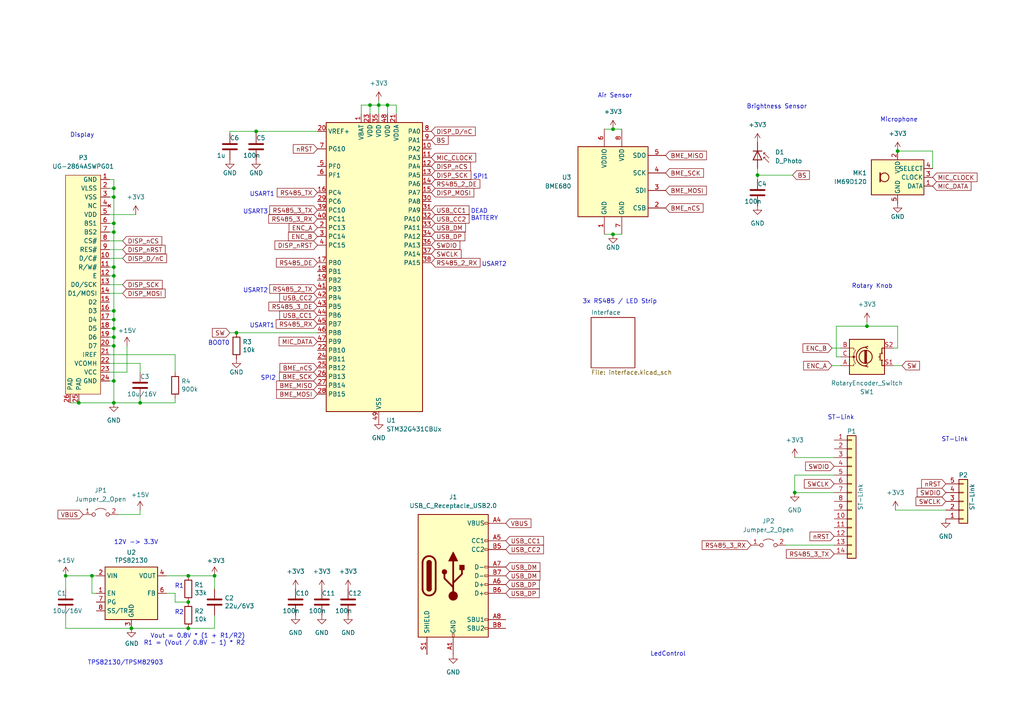
<source format=kicad_sch>
(kicad_sch (version 20230121) (generator eeschema)
  (paper "A4")
  (lib_symbols
    (symbol "Connector:USB_C_Receptacle_USB2.0" (pin_names (offset 1.016))
      (property "Reference" "J" (at -10.16 19.05 0))
      (property "Value" "USB_C_Receptacle_USB2.0" (at 19.05 19.05 0))
      (symbol "USB_C_Receptacle_USB2.0_0_0"
        (rectangle (start -0.254 -17.78) (end 0.254 -16.764))
        (rectangle (start 10.16 -14.986) (end 9.144 -15.494))
        (rectangle (start 10.16 -12.446) (end 9.144 -12.954))
        (rectangle (start 10.16 -4.826) (end 9.144 -5.334))
        (rectangle (start 10.16 -2.286) (end 9.144 -2.794))
        (rectangle (start 10.16 0.254) (end 9.144 -0.254))
        (rectangle (start 10.16 2.794) (end 9.144 2.286))
        (rectangle (start 10.16 7.874) (end 9.144 7.366))
        (rectangle (start 10.16 10.414) (end 9.144 9.906))
        (rectangle (start 10.16 15.494) (end 9.144 14.986))
      )
      (symbol "USB_C_Receptacle_USB2.0_0_1"
        (rectangle (start -10.16 17.78) (end 10.16 -17.78) (stroke (width 0.254)) (fill (type background)))
        (arc (start -8.89 -3.81) (mid -6.985 -5.7067) (end -5.08 -3.81) (stroke (width 0.508)))
        (arc (start -7.62 -3.81) (mid -6.985 -4.4423) (end -6.35 -3.81) (stroke (width 0.254)))
        (arc (start -7.62 -3.81) (mid -6.985 -4.4423) (end -6.35 -3.81) (stroke (width 0.254)) (fill (type outline)))
        (rectangle (start -7.62 -3.81) (end -6.35 3.81) (stroke (width 0.254)) (fill (type outline)))
        (arc (start -6.35 3.81) (mid -6.985 4.4423) (end -7.62 3.81) (stroke (width 0.254)))
        (arc (start -6.35 3.81) (mid -6.985 4.4423) (end -7.62 3.81) (stroke (width 0.254)) (fill (type outline)))
        (arc (start -5.08 3.81) (mid -6.985 5.7067) (end -8.89 3.81) (stroke (width 0.508)))
        (circle (center -2.54 1.143) (radius 0.635) (stroke (width 0.254)) (fill (type outline)))
        (circle (center 0 -5.842) (radius 1.27) (fill (type outline)))
        (polyline (pts (xy -8.89 -3.81) (xy -8.89 3.81)) (stroke (width 0.508)))
        (polyline (pts (xy -5.08 3.81) (xy -5.08 -3.81)) (stroke (width 0.508)))
        (polyline (pts (xy 0 -5.842) (xy 0 4.318)) (stroke (width 0.508)))
        (polyline (pts (xy 0 -3.302) (xy -2.54 -0.762) (xy -2.54 0.508)) (stroke (width 0.508)))
        (polyline (pts (xy 0 -2.032) (xy 2.54 0.508) (xy 2.54 1.778)) (stroke (width 0.508)))
        (polyline (pts (xy -1.27 4.318) (xy 0 6.858) (xy 1.27 4.318) (xy -1.27 4.318)) (stroke (width 0.254)) (fill (type outline)))
        (rectangle (start 1.905 1.778) (end 3.175 3.048) (stroke (width 0.254)) (fill (type outline)))
      )
      (symbol "USB_C_Receptacle_USB2.0_1_1"
        (pin passive line (at 0 -22.86 90) (length 5.08) (name "GND") (number "A1"))
        (pin passive line (at 0 -22.86 90) (length 5.08) hide (name "GND") (number "A12"))
        (pin passive line (at 15.24 15.24 180) (length 5.08) (name "VBUS") (number "A4"))
        (pin bidirectional line (at 15.24 10.16 180) (length 5.08) (name "CC1") (number "A5"))
        (pin bidirectional line (at 15.24 -2.54 180) (length 5.08) (name "D+") (number "A6"))
        (pin bidirectional line (at 15.24 2.54 180) (length 5.08) (name "D-") (number "A7"))
        (pin bidirectional line (at 15.24 -12.7 180) (length 5.08) (name "SBU1") (number "A8"))
        (pin passive line (at 15.24 15.24 180) (length 5.08) hide (name "VBUS") (number "A9"))
        (pin passive line (at 0 -22.86 90) (length 5.08) hide (name "GND") (number "B1"))
        (pin passive line (at 0 -22.86 90) (length 5.08) hide (name "GND") (number "B12"))
        (pin passive line (at 15.24 15.24 180) (length 5.08) hide (name "VBUS") (number "B4"))
        (pin bidirectional line (at 15.24 7.62 180) (length 5.08) (name "CC2") (number "B5"))
        (pin bidirectional line (at 15.24 -5.08 180) (length 5.08) (name "D+") (number "B6"))
        (pin bidirectional line (at 15.24 0 180) (length 5.08) (name "D-") (number "B7"))
        (pin bidirectional line (at 15.24 -15.24 180) (length 5.08) (name "SBU2") (number "B8"))
        (pin passive line (at 15.24 15.24 180) (length 5.08) hide (name "VBUS") (number "B9"))
        (pin passive line (at -7.62 -22.86 90) (length 5.08) (name "SHIELD") (number "S1"))
      )
    )
    (symbol "Connector_Generic:Conn_01x05" (pin_names (offset 1.016) hide)
      (property "Reference" "J" (at 0 7.62 0))
      (property "Value" "Conn_01x05" (at 0 -7.62 0))
      (symbol "Conn_01x05_1_1"
        (rectangle (start -1.27 -4.953) (end 0 -5.207) (stroke (width 0.1524)))
        (rectangle (start -1.27 -2.413) (end 0 -2.667) (stroke (width 0.1524)))
        (rectangle (start -1.27 0.127) (end 0 -0.127) (stroke (width 0.1524)))
        (rectangle (start -1.27 2.667) (end 0 2.413) (stroke (width 0.1524)))
        (rectangle (start -1.27 5.207) (end 0 4.953) (stroke (width 0.1524)))
        (rectangle (start -1.27 6.35) (end 1.27 -6.35) (stroke (width 0.254)) (fill (type background)))
        (pin passive line (at -5.08 5.08 0) (length 3.81) (name "Pin_1") (number "1"))
        (pin passive line (at -5.08 2.54 0) (length 3.81) (name "Pin_2") (number "2"))
        (pin passive line (at -5.08 0 0) (length 3.81) (name "Pin_3") (number "3"))
        (pin passive line (at -5.08 -2.54 0) (length 3.81) (name "Pin_4") (number "4"))
        (pin passive line (at -5.08 -5.08 0) (length 3.81) (name "Pin_5") (number "5"))
      )
    )
    (symbol "Connector_Generic:Conn_01x14" (pin_names (offset 1.016) hide)
      (property "Reference" "J" (at 0 17.78 0))
      (property "Value" "Conn_01x14" (at 0 -20.32 0))
      (symbol "Conn_01x14_1_1"
        (rectangle (start -1.27 -17.653) (end 0 -17.907) (stroke (width 0.1524)))
        (rectangle (start -1.27 -15.113) (end 0 -15.367) (stroke (width 0.1524)))
        (rectangle (start -1.27 -12.573) (end 0 -12.827) (stroke (width 0.1524)))
        (rectangle (start -1.27 -10.033) (end 0 -10.287) (stroke (width 0.1524)))
        (rectangle (start -1.27 -7.493) (end 0 -7.747) (stroke (width 0.1524)))
        (rectangle (start -1.27 -4.953) (end 0 -5.207) (stroke (width 0.1524)))
        (rectangle (start -1.27 -2.413) (end 0 -2.667) (stroke (width 0.1524)))
        (rectangle (start -1.27 0.127) (end 0 -0.127) (stroke (width 0.1524)))
        (rectangle (start -1.27 2.667) (end 0 2.413) (stroke (width 0.1524)))
        (rectangle (start -1.27 5.207) (end 0 4.953) (stroke (width 0.1524)))
        (rectangle (start -1.27 7.747) (end 0 7.493) (stroke (width 0.1524)))
        (rectangle (start -1.27 10.287) (end 0 10.033) (stroke (width 0.1524)))
        (rectangle (start -1.27 12.827) (end 0 12.573) (stroke (width 0.1524)))
        (rectangle (start -1.27 15.367) (end 0 15.113) (stroke (width 0.1524)))
        (rectangle (start -1.27 16.51) (end 1.27 -19.05) (stroke (width 0.254)) (fill (type background)))
        (pin passive line (at -5.08 15.24 0) (length 3.81) (name "Pin_1") (number "1"))
        (pin passive line (at -5.08 -7.62 0) (length 3.81) (name "Pin_10") (number "10"))
        (pin passive line (at -5.08 -10.16 0) (length 3.81) (name "Pin_11") (number "11"))
        (pin passive line (at -5.08 -12.7 0) (length 3.81) (name "Pin_12") (number "12"))
        (pin passive line (at -5.08 -15.24 0) (length 3.81) (name "Pin_13") (number "13"))
        (pin passive line (at -5.08 -17.78 0) (length 3.81) (name "Pin_14") (number "14"))
        (pin passive line (at -5.08 12.7 0) (length 3.81) (name "Pin_2") (number "2"))
        (pin passive line (at -5.08 10.16 0) (length 3.81) (name "Pin_3") (number "3"))
        (pin passive line (at -5.08 7.62 0) (length 3.81) (name "Pin_4") (number "4"))
        (pin passive line (at -5.08 5.08 0) (length 3.81) (name "Pin_5") (number "5"))
        (pin passive line (at -5.08 2.54 0) (length 3.81) (name "Pin_6") (number "6"))
        (pin passive line (at -5.08 0 0) (length 3.81) (name "Pin_7") (number "7"))
        (pin passive line (at -5.08 -2.54 0) (length 3.81) (name "Pin_8") (number "8"))
        (pin passive line (at -5.08 -5.08 0) (length 3.81) (name "Pin_9") (number "9"))
      )
    )
    (symbol "Device:C" (pin_numbers hide) (pin_names (offset 0.254))
      (property "Reference" "C" (at 0.635 2.54 0))
      (property "Value" "C" (at 0.635 -2.54 0))
      (symbol "C_0_1"
        (polyline (pts (xy -2.032 -0.762) (xy 2.032 -0.762)) (stroke (width 0.508)))
        (polyline (pts (xy -2.032 0.762) (xy 2.032 0.762)) (stroke (width 0.508)))
      )
      (symbol "C_1_1"
        (pin passive line (at 0 3.81 270) (length 2.794) (name "~") (number "1"))
        (pin passive line (at 0 -3.81 90) (length 2.794) (name "~") (number "2"))
      )
    )
    (symbol "Device:D_Photo" (pin_numbers hide) (pin_names hide)
      (property "Reference" "D" (at 0.508 1.778 0))
      (property "Value" "D_Photo" (at -1.016 -2.794 0))
      (symbol "D_Photo_0_1"
        (polyline (pts (xy -2.54 1.27) (xy -2.54 -1.27)) (stroke (width 0.254)))
        (polyline (pts (xy -2.032 1.778) (xy -1.524 1.778)))
        (polyline (pts (xy 0 0) (xy -2.54 0)))
        (polyline (pts (xy -0.508 3.302) (xy -2.032 1.778) (xy -2.032 2.286)))
        (polyline (pts (xy 0 -1.27) (xy 0 1.27) (xy -2.54 0) (xy 0 -1.27)) (stroke (width 0.254)))
        (polyline (pts (xy 0.762 3.302) (xy -0.762 1.778) (xy -0.762 2.286) (xy -0.762 1.778) (xy -0.254 1.778)))
      )
      (symbol "D_Photo_1_1"
        (pin passive line (at -5.08 0 0) (length 2.54) (name "K") (number "1"))
        (pin passive line (at 2.54 0 180) (length 2.54) (name "A") (number "2"))
      )
    )
    (symbol "Device:R" (pin_numbers hide) (pin_names (offset 0))
      (property "Reference" "R" (at 2.032 0 90))
      (property "Value" "R" (at 0 0 90))
      (symbol "R_0_1"
        (rectangle (start -1.016 -2.54) (end 1.016 2.54) (stroke (width 0.254)))
      )
      (symbol "R_1_1"
        (pin passive line (at 0 3.81 270) (length 1.27) (name "~") (number "1"))
        (pin passive line (at 0 -3.81 90) (length 1.27) (name "~") (number "2"))
      )
    )
    (symbol "Device:RotaryEncoder_Switch" (pin_names (offset 0.254) hide)
      (property "Reference" "SW" (at 0 6.604 0))
      (property "Value" "RotaryEncoder_Switch" (at 0 -6.604 0))
      (symbol "RotaryEncoder_Switch_0_1"
        (rectangle (start -5.08 5.08) (end 5.08 -5.08) (stroke (width 0.254)) (fill (type background)))
        (circle (center -3.81 0) (radius 0.254) (fill (type outline)))
        (circle (center -0.381 0) (radius 1.905) (stroke (width 0.254)))
        (arc (start -0.381 2.667) (mid -3.0988 -0.0635) (end -0.381 -2.794) (stroke (width 0.254)))
        (polyline (pts (xy -0.635 -1.778) (xy -0.635 1.778)) (stroke (width 0.254)))
        (polyline (pts (xy -0.381 -1.778) (xy -0.381 1.778)) (stroke (width 0.254)))
        (polyline (pts (xy -0.127 1.778) (xy -0.127 -1.778)) (stroke (width 0.254)))
        (polyline (pts (xy 3.81 0) (xy 3.429 0)) (stroke (width 0.254)))
        (polyline (pts (xy 3.81 1.016) (xy 3.81 -1.016)) (stroke (width 0.254)))
        (polyline (pts (xy -5.08 -2.54) (xy -3.81 -2.54) (xy -3.81 -2.032)))
        (polyline (pts (xy -5.08 2.54) (xy -3.81 2.54) (xy -3.81 2.032)))
        (polyline (pts (xy 0.254 -3.048) (xy -0.508 -2.794) (xy 0.127 -2.413)) (stroke (width 0.254)))
        (polyline (pts (xy 0.254 2.921) (xy -0.508 2.667) (xy 0.127 2.286)) (stroke (width 0.254)))
        (polyline (pts (xy 5.08 -2.54) (xy 4.318 -2.54) (xy 4.318 -1.016)) (stroke (width 0.254)))
        (polyline (pts (xy 5.08 2.54) (xy 4.318 2.54) (xy 4.318 1.016)) (stroke (width 0.254)))
        (polyline (pts (xy -5.08 0) (xy -3.81 0) (xy -3.81 -1.016) (xy -3.302 -2.032)))
        (polyline (pts (xy -4.318 0) (xy -3.81 0) (xy -3.81 1.016) (xy -3.302 2.032)))
        (circle (center 4.318 -1.016) (radius 0.127) (stroke (width 0.254)))
        (circle (center 4.318 1.016) (radius 0.127) (stroke (width 0.254)))
      )
      (symbol "RotaryEncoder_Switch_1_1"
        (pin passive line (at -7.62 2.54 0) (length 2.54) (name "A") (number "A"))
        (pin passive line (at -7.62 -2.54 0) (length 2.54) (name "B") (number "B"))
        (pin passive line (at -7.62 0 0) (length 2.54) (name "C") (number "C"))
        (pin passive line (at 7.62 2.54 180) (length 2.54) (name "S1") (number "S1"))
        (pin passive line (at 7.62 -2.54 180) (length 2.54) (name "S2") (number "S2"))
      )
    )
    (symbol "Jumper:Jumper_2_Open" (pin_names (offset 0) hide)
      (property "Reference" "JP" (at 0 2.794 0))
      (property "Value" "Jumper_2_Open" (at 0 -2.286 0))
      (symbol "Jumper_2_Open_0_0"
        (circle (center -2.032 0) (radius 0.508))
        (circle (center 2.032 0) (radius 0.508))
      )
      (symbol "Jumper_2_Open_0_1"
        (arc (start 1.524 1.27) (mid 0 1.778) (end -1.524 1.27))
      )
      (symbol "Jumper_2_Open_1_1"
        (pin passive line (at -5.08 0 0) (length 2.54) (name "A") (number "1"))
        (pin passive line (at 5.08 0 180) (length 2.54) (name "B") (number "2"))
      )
    )
    (symbol "MCU_ST_STM32G4:STM32G431CBUx"
      (property "Reference" "U" (at -12.7 44.45 0))
      (property "Value" "STM32G431CBUx" (at 10.16 44.45 0))
      (symbol "STM32G431CBUx_0_1"
        (rectangle (start -12.7 -40.64) (end 15.24 43.18) (stroke (width 0.254)) (fill (type background)))
      )
      (symbol "STM32G431CBUx_1_1"
        (pin power_in line (at -2.54 45.72 270) (length 2.54) (name "VBAT") (number "1"))
        (pin bidirectional line (at 17.78 35.56 180) (length 2.54) (name "PA2") (number "10"))
        (pin bidirectional line (at 17.78 33.02 180) (length 2.54) (name "PA3") (number "11"))
        (pin bidirectional line (at 17.78 30.48 180) (length 2.54) (name "PA4") (number "12"))
        (pin bidirectional line (at 17.78 27.94 180) (length 2.54) (name "PA5") (number "13"))
        (pin bidirectional line (at 17.78 25.4 180) (length 2.54) (name "PA6") (number "14"))
        (pin bidirectional line (at 17.78 22.86 180) (length 2.54) (name "PA7") (number "15"))
        (pin bidirectional line (at -15.24 22.86 0) (length 2.54) (name "PC4") (number "16"))
        (pin bidirectional line (at -15.24 2.54 0) (length 2.54) (name "PB0") (number "17"))
        (pin bidirectional line (at -15.24 0 0) (length 2.54) (name "PB1") (number "18"))
        (pin bidirectional line (at -15.24 -2.54 0) (length 2.54) (name "PB2") (number "19"))
        (pin bidirectional line (at -15.24 12.7 0) (length 2.54) (name "PC13") (number "2"))
        (pin input line (at -15.24 40.64 0) (length 2.54) (name "VREF+") (number "20"))
        (pin power_in line (at 7.62 45.72 270) (length 2.54) (name "VDDA") (number "21"))
        (pin bidirectional line (at -15.24 -22.86 0) (length 2.54) (name "PB10") (number "22"))
        (pin power_in line (at 0 45.72 270) (length 2.54) (name "VDD") (number "23"))
        (pin bidirectional line (at -15.24 -25.4 0) (length 2.54) (name "PB11") (number "24"))
        (pin bidirectional line (at -15.24 -27.94 0) (length 2.54) (name "PB12") (number "25"))
        (pin bidirectional line (at -15.24 -30.48 0) (length 2.54) (name "PB13") (number "26"))
        (pin bidirectional line (at -15.24 -33.02 0) (length 2.54) (name "PB14") (number "27"))
        (pin bidirectional line (at -15.24 -35.56 0) (length 2.54) (name "PB15") (number "28"))
        (pin bidirectional line (at -15.24 20.32 0) (length 2.54) (name "PC6") (number "29"))
        (pin bidirectional line (at -15.24 10.16 0) (length 2.54) (name "PC14") (number "3"))
        (pin bidirectional line (at 17.78 20.32 180) (length 2.54) (name "PA8") (number "30"))
        (pin bidirectional line (at 17.78 17.78 180) (length 2.54) (name "PA9") (number "31"))
        (pin bidirectional line (at 17.78 15.24 180) (length 2.54) (name "PA10") (number "32"))
        (pin bidirectional line (at 17.78 12.7 180) (length 2.54) (name "PA11") (number "33"))
        (pin bidirectional line (at 17.78 10.16 180) (length 2.54) (name "PA12") (number "34"))
        (pin power_in line (at 2.54 45.72 270) (length 2.54) (name "VDD") (number "35"))
        (pin bidirectional line (at 17.78 7.62 180) (length 2.54) (name "PA13") (number "36"))
        (pin bidirectional line (at 17.78 5.08 180) (length 2.54) (name "PA14") (number "37"))
        (pin bidirectional line (at 17.78 2.54 180) (length 2.54) (name "PA15") (number "38"))
        (pin bidirectional line (at -15.24 17.78 0) (length 2.54) (name "PC10") (number "39"))
        (pin bidirectional line (at -15.24 7.62 0) (length 2.54) (name "PC15") (number "4"))
        (pin bidirectional line (at -15.24 15.24 0) (length 2.54) (name "PC11") (number "40"))
        (pin bidirectional line (at -15.24 -5.08 0) (length 2.54) (name "PB3") (number "41"))
        (pin bidirectional line (at -15.24 -7.62 0) (length 2.54) (name "PB4") (number "42"))
        (pin bidirectional line (at -15.24 -10.16 0) (length 2.54) (name "PB5") (number "43"))
        (pin bidirectional line (at -15.24 -12.7 0) (length 2.54) (name "PB6") (number "44"))
        (pin bidirectional line (at -15.24 -15.24 0) (length 2.54) (name "PB7") (number "45"))
        (pin bidirectional line (at -15.24 -17.78 0) (length 2.54) (name "PB8") (number "46"))
        (pin bidirectional line (at -15.24 -20.32 0) (length 2.54) (name "PB9") (number "47"))
        (pin power_in line (at 5.08 45.72 270) (length 2.54) (name "VDD") (number "48"))
        (pin power_in line (at 2.54 -43.18 90) (length 2.54) (name "VSS") (number "49"))
        (pin bidirectional line (at -15.24 30.48 0) (length 2.54) (name "PF0") (number "5"))
        (pin bidirectional line (at -15.24 27.94 0) (length 2.54) (name "PF1") (number "6"))
        (pin bidirectional line (at -15.24 35.56 0) (length 2.54) (name "PG10") (number "7"))
        (pin bidirectional line (at 17.78 40.64 180) (length 2.54) (name "PA0") (number "8"))
        (pin bidirectional line (at 17.78 38.1 180) (length 2.54) (name "PA1") (number "9"))
      )
    )
    (symbol "Regulator_Switching:TPS82130"
      (property "Reference" "U" (at 1.27 11.43 0))
      (property "Value" "TPS82130" (at 5.08 8.89 0))
      (symbol "TPS82130_0_1"
        (rectangle (start -7.62 7.62) (end 7.62 -7.62) (stroke (width 0.254)) (fill (type background)))
      )
      (symbol "TPS82130_1_1"
        (pin input line (at -10.16 0 0) (length 2.54) (name "EN") (number "1"))
        (pin power_in line (at -10.16 5.08 0) (length 2.54) (name "VIN") (number "2"))
        (pin power_in line (at 0 -10.16 90) (length 2.54) (name "GND") (number "3"))
        (pin power_out line (at 10.16 5.08 180) (length 2.54) (name "VOUT") (number "4"))
        (pin passive line (at 10.16 5.08 180) (length 2.54) hide (name "VOUT") (number "5"))
        (pin input line (at 10.16 0 180) (length 2.54) (name "FB") (number "6"))
        (pin open_collector line (at -10.16 -2.54 0) (length 2.54) (name "PG") (number "7"))
        (pin input line (at -10.16 -5.08 0) (length 2.54) (name "SS/TR") (number "8"))
        (pin passive line (at 0 -10.16 90) (length 2.54) hide (name "GND") (number "9"))
      )
    )
    (symbol "Sensor:BME680"
      (property "Reference" "U" (at -8.89 11.43 0))
      (property "Value" "BME680" (at 7.62 11.43 0))
      (symbol "BME680_0_1"
        (rectangle (start -10.16 10.16) (end 10.16 -10.16) (stroke (width 0.254)) (fill (type background)))
      )
      (symbol "BME680_1_1"
        (pin power_in line (at -2.54 -15.24 90) (length 5.08) (name "GND") (number "1"))
        (pin input line (at 15.24 -7.62 180) (length 5.08) (name "CSB") (number "2"))
        (pin bidirectional line (at 15.24 -2.54 180) (length 5.08) (name "SDI") (number "3"))
        (pin input line (at 15.24 2.54 180) (length 5.08) (name "SCK") (number "4"))
        (pin bidirectional line (at 15.24 7.62 180) (length 5.08) (name "SDO") (number "5"))
        (pin power_in line (at -2.54 15.24 270) (length 5.08) (name "VDDIO") (number "6"))
        (pin power_in line (at 2.54 -15.24 90) (length 5.08) (name "GND") (number "7"))
        (pin power_in line (at 2.54 15.24 270) (length 5.08) (name "VDD") (number "8"))
      )
    )
    (symbol "Sensor_Audio:IM69D120" (pin_names (offset 0.254))
      (property "Reference" "MK" (at -7.62 6.35 0))
      (property "Value" "IM69D120" (at 1.27 6.35 0))
      (symbol "IM69D120_0_1"
        (rectangle (start -7.62 5.08) (end 7.62 -5.08) (stroke (width 0.254)) (fill (type background)))
        (circle (center -3.81 0) (radius 1.27) (stroke (width 0.254)))
        (polyline (pts (xy -5.08 1.27) (xy -5.08 -1.27)) (stroke (width 0.381)))
      )
      (symbol "IM69D120_1_1"
        (pin output line (at 10.16 -2.54 180) (length 2.54) (name "DATA") (number "1"))
        (pin power_in line (at 0 7.62 270) (length 2.54) (name "VDD") (number "2"))
        (pin input line (at 10.16 0 180) (length 2.54) (name "CLOCK") (number "3"))
        (pin input line (at 10.16 2.54 180) (length 2.54) (name "SELECT") (number "4"))
        (pin power_in line (at 0 -7.62 90) (length 2.54) (name "GND") (number "5"))
      )
    )
    (symbol "UG-2864ASWPG01_1" (pin_names (offset 1.016))
      (property "Reference" "P" (at -10.16 33.02 0))
      (property "Value" "UG-2864ASWPG01" (at 1.27 33.02 0))
      (symbol "UG-2864ASWPG01_1_0_1"
        (rectangle (start -10.16 -31.75) (end 0 31.75) (fill (type background)))
      )
      (symbol "UG-2864ASWPG01_1_1_1"
        (pin power_in line (at 2.54 30.48 180) (length 2.54) (name "GND") (number "1"))
        (pin input line (at 2.54 7.62 180) (length 2.54) (name "D/C#") (number "10"))
        (pin input line (at 2.54 5.08 180) (length 2.54) (name "R/W#") (number "11"))
        (pin input line (at 2.54 2.54 180) (length 2.54) (name "E") (number "12"))
        (pin input line (at 2.54 0 180) (length 2.54) (name "D0/SCK") (number "13"))
        (pin input line (at 2.54 -2.54 180) (length 2.54) (name "D1/MOSI") (number "14"))
        (pin input line (at 2.54 -5.08 180) (length 2.54) (name "D2") (number "15"))
        (pin input line (at 2.54 -7.62 180) (length 2.54) (name "D3") (number "16"))
        (pin input line (at 2.54 -10.16 180) (length 2.54) (name "D4") (number "17"))
        (pin input line (at 2.54 -12.7 180) (length 2.54) (name "D5") (number "18"))
        (pin input line (at 2.54 -15.24 180) (length 2.54) (name "D6") (number "19"))
        (pin power_in line (at 2.54 27.94 180) (length 2.54) (name "VLSS") (number "2"))
        (pin input line (at 2.54 -17.78 180) (length 2.54) (name "D7") (number "20"))
        (pin input line (at 2.54 -20.32 180) (length 2.54) (name "IREF") (number "21"))
        (pin input line (at 2.54 -22.86 180) (length 2.54) (name "VCOMH") (number "22"))
        (pin power_in line (at 2.54 -25.4 180) (length 2.54) (name "VCC") (number "23"))
        (pin power_in line (at 2.54 -27.94 180) (length 2.54) (name "GND") (number "24"))
        (pin free line (at -6.35 -34.29 90) (length 2.54) (name "PAD") (number "25"))
        (pin free line (at -8.89 -34.29 90) (length 2.54) (name "PAD") (number "26"))
        (pin power_in line (at 2.54 25.4 180) (length 2.54) (name "VSS") (number "3"))
        (pin no_connect line (at 2.54 22.86 180) (length 2.54) (name "NC") (number "4"))
        (pin power_in line (at 2.54 20.32 180) (length 2.54) (name "VDD") (number "5"))
        (pin input line (at 2.54 17.78 180) (length 2.54) (name "BS1") (number "6"))
        (pin input line (at 2.54 15.24 180) (length 2.54) (name "BS2") (number "7"))
        (pin input line (at 2.54 12.7 180) (length 2.54) (name "CS#") (number "8"))
        (pin input line (at 2.54 10.16 180) (length 2.54) (name "RES#") (number "9"))
      )
    )
    (symbol "power:+15V" (power) (pin_names (offset 0))
      (property "Value" "+15V" (at 0 3.556 0))
      (symbol "+15V_0_1"
        (polyline (pts (xy -0.762 1.27) (xy 0 2.54)))
        (polyline (pts (xy 0 0) (xy 0 2.54)))
        (polyline (pts (xy 0 2.54) (xy 0.762 1.27)))
      )
      (symbol "+15V_1_1"
        (pin power_in line (at 0 0 90) (length 0) hide (name "+15V") (number "1"))
      )
    )
    (symbol "power:+3V3" (power) (pin_names (offset 0))
      (property "Value" "+3V3" (at 0 3.556 0))
      (symbol "+3V3_0_1"
        (polyline (pts (xy -0.762 1.27) (xy 0 2.54)))
        (polyline (pts (xy 0 0) (xy 0 2.54)))
        (polyline (pts (xy 0 2.54) (xy 0.762 1.27)))
      )
      (symbol "+3V3_1_1"
        (pin power_in line (at 0 0 90) (length 0) hide (name "+3V3") (number "1"))
      )
    )
    (symbol "power:GND" (power) (pin_names (offset 0))
      (property "Value" "GND" (at 0 -3.81 0))
      (symbol "GND_0_1"
        (polyline (pts (xy 0 0) (xy 0 -1.27) (xy 1.27 -1.27) (xy 0 -2.54) (xy -1.27 -1.27) (xy 0 -1.27)))
      )
      (symbol "GND_1_1"
        (pin power_in line (at 0 0 270) (length 0) hide (name "GND") (number "1"))
      )
    )
  )
  (junction (at 230.505 142.875))
  (junction (at 177.8 67.945))
  (junction (at 33.02 64.77))
  (junction (at 68.58 96.52))
  (junction (at 33.02 100.33))
  (junction (at 260.35 43.815))
  (junction (at 107.315 30.48))
  (junction (at 33.02 110.49))
  (junction (at 33.02 54.61))
  (junction (at 33.02 77.47))
  (junction (at 33.02 90.17))
  (junction (at 40.64 116.84))
  (junction (at 33.02 92.71))
  (junction (at 54.61 174.625))
  (junction (at 177.8 37.465))
  (junction (at 33.02 57.15))
  (junction (at 22.86 116.84))
  (junction (at 251.46 94.615))
  (junction (at 74.295 38.1))
  (junction (at 33.02 67.31))
  (junction (at 38.1 182.245))
  (junction (at 33.02 97.79))
  (junction (at 33.02 95.25))
  (junction (at 109.855 30.48))
  (junction (at 19.05 167.005))
  (junction (at 26.67 167.005))
  (junction (at 54.61 182.245))
  (junction (at 54.61 167.005))
  (junction (at 112.395 30.48))
  (junction (at 219.71 50.8))
  (junction (at 33.02 116.84))
  (junction (at 33.02 80.01))
  (junction (at 62.23 167.005))
  (wire (pts (xy 33.02 92.71) (xy 33.02 95.25)))
  (wire (pts (xy 270.51 48.895) (xy 270.51 43.815)))
  (wire (pts (xy 66.675 38.1) (xy 74.295 38.1)))
  (wire (pts (xy 33.02 64.77) (xy 33.02 67.31)))
  (wire (pts (xy 33.02 97.79) (xy 33.02 100.33)))
  (wire (pts (xy 48.26 167.005) (xy 54.61 167.005)))
  (wire (pts (xy 33.02 54.61) (xy 33.02 57.15)))
  (wire (pts (xy 34.29 149.225) (xy 40.64 149.225)))
  (wire (pts (xy 219.71 48.895) (xy 219.71 50.8)))
  (wire (pts (xy 38.1 182.245) (xy 54.61 182.245)))
  (wire (pts (xy 33.02 57.15) (xy 33.02 64.77)))
  (wire (pts (xy 22.86 116.84) (xy 33.02 116.84)))
  (wire (pts (xy 259.08 106.045) (xy 261.62 106.045)))
  (wire (pts (xy 31.75 80.01) (xy 33.02 80.01)))
  (wire (pts (xy 26.67 172.085) (xy 26.67 167.005)))
  (wire (pts (xy 40.64 116.84) (xy 40.64 115.57)))
  (wire (pts (xy 175.26 67.945) (xy 177.8 67.945)))
  (wire (pts (xy 33.02 52.07) (xy 33.02 54.61)))
  (wire (pts (xy 33.02 77.47) (xy 33.02 80.01)))
  (wire (pts (xy 241.3 100.965) (xy 243.84 100.965)))
  (wire (pts (xy 260.35 94.615) (xy 251.46 94.615)))
  (wire (pts (xy 219.71 50.8) (xy 219.71 52.07)))
  (wire (pts (xy 19.05 170.815) (xy 19.05 167.005)))
  (wire (pts (xy 31.75 62.23) (xy 39.37 62.23)))
  (wire (pts (xy 109.855 30.48) (xy 109.855 33.02)))
  (wire (pts (xy 260.35 94.615) (xy 260.35 100.965)))
  (wire (pts (xy 31.75 69.85) (xy 35.56 69.85)))
  (wire (pts (xy 31.75 102.87) (xy 50.8 102.87)))
  (wire (pts (xy 31.75 67.31) (xy 33.02 67.31)))
  (wire (pts (xy 19.05 182.245) (xy 38.1 182.245)))
  (wire (pts (xy 31.75 105.41) (xy 40.64 105.41)))
  (wire (pts (xy 31.75 100.33) (xy 33.02 100.33)))
  (wire (pts (xy 33.02 110.49) (xy 33.02 116.84)))
  (wire (pts (xy 50.8 116.84) (xy 50.8 115.57)))
  (wire (pts (xy 62.23 167.005) (xy 54.61 167.005)))
  (wire (pts (xy 40.64 149.225) (xy 40.64 147.955)))
  (wire (pts (xy 31.75 95.25) (xy 33.02 95.25)))
  (wire (pts (xy 107.315 33.02) (xy 107.315 30.48)))
  (wire (pts (xy 40.64 116.84) (xy 50.8 116.84)))
  (wire (pts (xy 66.675 38.735) (xy 66.675 38.1)))
  (wire (pts (xy 31.75 64.77) (xy 33.02 64.77)))
  (wire (pts (xy 31.75 72.39) (xy 35.56 72.39)))
  (wire (pts (xy 31.75 107.95) (xy 36.83 107.95)))
  (wire (pts (xy 31.75 52.07) (xy 33.02 52.07)))
  (wire (pts (xy 242.57 103.505) (xy 243.84 103.505)))
  (wire (pts (xy 62.23 182.245) (xy 62.23 178.435)))
  (wire (pts (xy 270.51 43.815) (xy 260.35 43.815)))
  (wire (pts (xy 241.935 137.795) (xy 230.505 137.795)))
  (wire (pts (xy 104.775 30.48) (xy 107.315 30.48)))
  (wire (pts (xy 33.02 100.33) (xy 33.02 110.49)))
  (wire (pts (xy 68.58 96.52) (xy 92.075 96.52)))
  (wire (pts (xy 260.35 100.965) (xy 259.08 100.965)))
  (wire (pts (xy 40.64 105.41) (xy 40.64 107.95)))
  (wire (pts (xy 175.26 37.465) (xy 177.8 37.465)))
  (wire (pts (xy 230.505 142.875) (xy 241.935 142.875)))
  (wire (pts (xy 107.315 30.48) (xy 109.855 30.48)))
  (wire (pts (xy 230.505 137.795) (xy 230.505 142.875)))
  (wire (pts (xy 19.05 178.435) (xy 19.05 182.245)))
  (wire (pts (xy 62.23 170.815) (xy 62.23 167.005)))
  (wire (pts (xy 50.8 174.625) (xy 54.61 174.625)))
  (wire (pts (xy 241.935 132.715) (xy 230.505 132.715)))
  (wire (pts (xy 26.67 167.005) (xy 27.94 167.005)))
  (wire (pts (xy 104.775 33.02) (xy 104.775 30.48)))
  (wire (pts (xy 54.61 182.245) (xy 62.23 182.245)))
  (wire (pts (xy 92.075 38.1) (xy 74.295 38.1)))
  (wire (pts (xy 50.8 102.87) (xy 50.8 107.95)))
  (wire (pts (xy 112.395 30.48) (xy 112.395 33.02)))
  (wire (pts (xy 33.02 80.01) (xy 33.02 90.17)))
  (wire (pts (xy 27.94 172.085) (xy 26.67 172.085)))
  (wire (pts (xy 251.46 93.345) (xy 251.46 94.615)))
  (wire (pts (xy 31.75 110.49) (xy 33.02 110.49)))
  (wire (pts (xy 31.75 97.79) (xy 33.02 97.79)))
  (wire (pts (xy 109.855 29.21) (xy 109.855 30.48)))
  (wire (pts (xy 33.02 90.17) (xy 33.02 92.71)))
  (wire (pts (xy 251.46 94.615) (xy 242.57 94.615)))
  (wire (pts (xy 177.8 67.945) (xy 180.34 67.945)))
  (wire (pts (xy 259.715 147.955) (xy 274.32 147.955)))
  (wire (pts (xy 36.83 107.95) (xy 36.83 100.33)))
  (wire (pts (xy 19.05 167.005) (xy 26.67 167.005)))
  (wire (pts (xy 33.02 95.25) (xy 33.02 97.79)))
  (wire (pts (xy 31.75 85.09) (xy 35.56 85.09)))
  (wire (pts (xy 66.675 96.52) (xy 68.58 96.52)))
  (wire (pts (xy 50.8 172.085) (xy 50.8 174.625)))
  (wire (pts (xy 242.57 94.615) (xy 242.57 103.505)))
  (wire (pts (xy 31.75 77.47) (xy 33.02 77.47)))
  (wire (pts (xy 33.02 67.31) (xy 33.02 77.47)))
  (wire (pts (xy 74.295 38.1) (xy 74.295 38.735)))
  (wire (pts (xy 31.75 74.93) (xy 35.56 74.93)))
  (wire (pts (xy 177.8 37.465) (xy 180.34 37.465)))
  (wire (pts (xy 31.75 54.61) (xy 33.02 54.61)))
  (wire (pts (xy 20.32 116.84) (xy 22.86 116.84)))
  (wire (pts (xy 48.26 172.085) (xy 50.8 172.085)))
  (wire (pts (xy 31.75 82.55) (xy 35.56 82.55)))
  (wire (pts (xy 241.3 106.045) (xy 243.84 106.045)))
  (wire (pts (xy 114.935 30.48) (xy 114.935 33.02)))
  (wire (pts (xy 227.965 158.115) (xy 241.935 158.115)))
  (wire (pts (xy 219.71 50.8) (xy 229.87 50.8)))
  (wire (pts (xy 31.75 90.17) (xy 33.02 90.17)))
  (wire (pts (xy 109.855 30.48) (xy 112.395 30.48)))
  (wire (pts (xy 112.395 30.48) (xy 114.935 30.48)))
  (wire (pts (xy 31.75 92.71) (xy 33.02 92.71)))
  (wire (pts (xy 31.75 57.15) (xy 33.02 57.15)))
  (wire (pts (xy 33.02 116.84) (xy 40.64 116.84)))
  (text "12V -> 3.3V" (at 33.02 158.115 0) (effects (font (size 1.27 1.27)) (justify left bottom)))
  (text "BOOT0" (at 60.325 100.33 0) (effects (font (size 1.27 1.27)) (justify left bottom)))
  (text "SPI2" (at 75.565 110.49 0) (effects (font (size 1.27 1.27)) (justify left bottom)))
  (text "USART2" (at 70.485 85.09 0) (effects (font (size 1.27 1.27)) (justify left bottom)))
  (text "ST-Link" (at 240.03 121.92 0) (effects (font (size 1.27 1.27)) (justify left bottom)))
  (text "Vout = 0.8V * (1 + R1/R2)\nR1 = (Vout / 0.8V - 1) * R2" (at 71.12 187.325 0) (effects (font (size 1.27 1.27)) (justify right bottom)))
  (text "R1" (at 53.34 170.815 0) (effects (font (size 1.27 1.27)) (justify right bottom)))
  (text "DEAD\nBATTERY" (at 136.525 64.135 0) (effects (font (size 1.27 1.27)) (justify left bottom)))
  (text "Display" (at 20.32 40.005 0) (effects (font (size 1.27 1.27)) (justify left bottom)))
  (text "Air Sensor" (at 173.355 28.575 0) (effects (font (size 1.27 1.27)) (justify left bottom)))
  (text "USART3" (at 70.485 62.23 0) (effects (font (size 1.27 1.27)) (justify left bottom)))
  (text "Microphone" (at 255.27 35.56 0) (effects (font (size 1.27 1.27)) (justify left bottom)))
  (text "LedControl" (at 188.595 190.5 0) (effects (font (size 1.27 1.27)) (justify left bottom)))
  (text "3x RS485 / LED Strip" (at 168.91 88.265 0) (effects (font (size 1.27 1.27)) (justify left bottom)))
  (text "USART1" (at 72.39 95.25 0) (effects (font (size 1.27 1.27)) (justify left bottom)))
  (text "R2" (at 53.34 178.435 0) (effects (font (size 1.27 1.27)) (justify right bottom)))
  (text "Brightness Sensor" (at 216.535 31.75 0) (effects (font (size 1.27 1.27)) (justify left bottom)))
  (text "TPS82130/TPSM82903" (at 25.4 193.04 0) (effects (font (size 1.27 1.27)) (justify left bottom)))
  (text "USART2" (at 139.7 77.47 0) (effects (font (size 1.27 1.27)) (justify left bottom)))
  (text "SPI1" (at 137.16 52.07 0) (effects (font (size 1.27 1.27)) (justify left bottom)))
  (text "Rotary Knob" (at 247.015 83.82 0) (effects (font (size 1.27 1.27)) (justify left bottom)))
  (text "USART1" (at 72.39 57.15 0) (effects (font (size 1.27 1.27)) (justify left bottom)))
  (text "ST-Link" (at 273.05 128.27 0) (effects (font (size 1.27 1.27)) (justify left bottom)))
  (global_label "SW" (shape input) (at 66.675 96.52 180) (property "Intersheetrefs" "${INTERSHEET_REFS}" (effects hide)))
  (global_label "nRST" (shape input) (at 274.32 140.335 180) (property "Intersheetrefs" "${INTERSHEET_REFS}" (effects hide)))
  (global_label "USB_DM" (shape input) (at 146.685 167.005 0) (property "Intersheetrefs" "${INTERSHEET_REFS}" (effects hide)))
  (global_label "SWDIO" (shape input) (at 241.935 135.255 180) (property "Intersheetrefs" "${INTERSHEET_REFS}" (effects hide)))
  (global_label "BME_nCS" (shape input) (at 92.075 106.68 180) (property "Intersheetrefs" "${INTERSHEET_REFS}" (effects hide)))
  (global_label "BME_MOSI" (shape input) (at 193.04 55.245 0) (property "Intersheetrefs" "${INTERSHEET_REFS}" (effects hide)))
  (global_label "DISP_MOSI" (shape input) (at 125.095 55.88 0) (property "Intersheetrefs" "${INTERSHEET_REFS}" (effects hide)))
  (global_label "MIC_CLOCK" (shape input) (at 125.095 45.72 0) (property "Intersheetrefs" "${INTERSHEET_REFS}" (effects hide)))
  (global_label "RS485_3_RX" (shape input) (at 217.805 158.115 180) (property "Intersheetrefs" "${INTERSHEET_REFS}" (effects hide)))
  (global_label "BME_SCK" (shape input) (at 193.04 50.165 0) (property "Intersheetrefs" "${INTERSHEET_REFS}" (effects hide)))
  (global_label "SWCLK" (shape input) (at 241.935 140.335 180) (property "Intersheetrefs" "${INTERSHEET_REFS}" (effects hide)))
  (global_label "BME_MISO" (shape input) (at 92.075 111.76 180) (property "Intersheetrefs" "${INTERSHEET_REFS}" (effects hide)))
  (global_label "RS485_RX" (shape input) (at 92.075 93.98 180) (property "Intersheetrefs" "${INTERSHEET_REFS}" (effects hide)))
  (global_label "DISP_nCS" (shape input) (at 125.095 48.26 0) (property "Intersheetrefs" "${INTERSHEET_REFS}" (effects hide)))
  (global_label "DISP_D{slash}nC" (shape input) (at 35.56 74.93 0) (property "Intersheetrefs" "${INTERSHEET_REFS}" (effects hide)))
  (global_label "SW" (shape input) (at 261.62 106.045 0) (property "Intersheetrefs" "${INTERSHEET_REFS}" (effects hide)))
  (global_label "USB_DM" (shape input) (at 125.095 66.04 0) (property "Intersheetrefs" "${INTERSHEET_REFS}" (effects hide)))
  (global_label "ENC_B" (shape input) (at 241.3 100.965 180) (property "Intersheetrefs" "${INTERSHEET_REFS}" (effects hide)))
  (global_label "DISP_nRST" (shape input) (at 35.56 72.39 0) (property "Intersheetrefs" "${INTERSHEET_REFS}" (effects hide)))
  (global_label "BS" (shape input) (at 229.87 50.8 0) (property "Intersheetrefs" "${INTERSHEET_REFS}" (effects hide)))
  (global_label "USB_DP" (shape input) (at 146.685 169.545 0) (property "Intersheetrefs" "${INTERSHEET_REFS}" (effects hide)))
  (global_label "DISP_MOSI" (shape input) (at 35.56 85.09 0) (property "Intersheetrefs" "${INTERSHEET_REFS}" (effects hide)))
  (global_label "RS485_3_RX" (shape input) (at 92.075 63.5 180) (property "Intersheetrefs" "${INTERSHEET_REFS}" (effects hide)))
  (global_label "RS485_3_DE" (shape input) (at 92.075 88.9 180) (property "Intersheetrefs" "${INTERSHEET_REFS}" (effects hide)))
  (global_label "MIC_CLOCK" (shape input) (at 270.51 51.435 0) (property "Intersheetrefs" "${INTERSHEET_REFS}" (effects hide)))
  (global_label "USB_CC1" (shape input) (at 125.095 60.96 0) (property "Intersheetrefs" "${INTERSHEET_REFS}" (effects hide)))
  (global_label "USB_DP" (shape input) (at 125.095 68.58 0) (property "Intersheetrefs" "${INTERSHEET_REFS}" (effects hide)))
  (global_label "RS485_2_TX" (shape input) (at 92.075 83.82 180) (property "Intersheetrefs" "${INTERSHEET_REFS}" (effects hide)))
  (global_label "BS" (shape input) (at 125.095 40.64 0) (property "Intersheetrefs" "${INTERSHEET_REFS}" (effects hide)))
  (global_label "USB_CC1" (shape input) (at 92.075 91.44 180) (property "Intersheetrefs" "${INTERSHEET_REFS}" (effects hide)))
  (global_label "BME_nCS" (shape input) (at 193.04 60.325 0) (property "Intersheetrefs" "${INTERSHEET_REFS}" (effects hide)))
  (global_label "DISP_nRST" (shape input) (at 92.075 71.12 180) (property "Intersheetrefs" "${INTERSHEET_REFS}" (effects hide)))
  (global_label "ENC_A" (shape input) (at 92.075 66.04 180) (property "Intersheetrefs" "${INTERSHEET_REFS}" (effects hide)))
  (global_label "BME_MOSI" (shape input) (at 92.075 114.3 180) (property "Intersheetrefs" "${INTERSHEET_REFS}" (effects hide)))
  (global_label "BME_MISO" (shape input) (at 193.04 45.085 0) (property "Intersheetrefs" "${INTERSHEET_REFS}" (effects hide)))
  (global_label "USB_DP" (shape input) (at 146.685 172.085 0) (property "Intersheetrefs" "${INTERSHEET_REFS}" (effects hide)))
  (global_label "MIC_DATA" (shape input) (at 92.075 99.06 180) (property "Intersheetrefs" "${INTERSHEET_REFS}" (effects hide)))
  (global_label "RS485_3_TX" (shape input) (at 241.935 160.655 180) (property "Intersheetrefs" "${INTERSHEET_REFS}" (effects hide)))
  (global_label "RS485_DE" (shape input) (at 92.075 76.2 180) (property "Intersheetrefs" "${INTERSHEET_REFS}" (effects hide)))
  (global_label "RS485_2_DE" (shape input) (at 125.095 53.34 0) (property "Intersheetrefs" "${INTERSHEET_REFS}" (effects hide)))
  (global_label "MIC_DATA" (shape input) (at 270.51 53.975 0) (property "Intersheetrefs" "${INTERSHEET_REFS}" (effects hide)))
  (global_label "ENC_B" (shape input) (at 92.075 68.58 180) (property "Intersheetrefs" "${INTERSHEET_REFS}" (effects hide)))
  (global_label "DISP_nCS" (shape input) (at 35.56 69.85 0) (property "Intersheetrefs" "${INTERSHEET_REFS}" (effects hide)))
  (global_label "USB_DM" (shape input) (at 146.685 164.465 0) (property "Intersheetrefs" "${INTERSHEET_REFS}" (effects hide)))
  (global_label "RS485_3_TX" (shape input) (at 92.075 60.96 180) (property "Intersheetrefs" "${INTERSHEET_REFS}" (effects hide)))
  (global_label "BME_SCK" (shape input) (at 92.075 109.22 180) (property "Intersheetrefs" "${INTERSHEET_REFS}" (effects hide)))
  (global_label "nRST" (shape input) (at 241.935 155.575 180) (property "Intersheetrefs" "${INTERSHEET_REFS}" (effects hide)))
  (global_label "RS485_2_RX" (shape input) (at 125.095 76.2 0) (property "Intersheetrefs" "${INTERSHEET_REFS}" (effects hide)))
  (global_label "nRST" (shape input) (at 92.075 43.18 180) (property "Intersheetrefs" "${INTERSHEET_REFS}" (effects hide)))
  (global_label "RS485_TX" (shape input) (at 92.075 55.88 180) (property "Intersheetrefs" "${INTERSHEET_REFS}" (effects hide)))
  (global_label "USB_CC2" (shape input) (at 146.685 159.385 0) (property "Intersheetrefs" "${INTERSHEET_REFS}" (effects hide)))
  (global_label "VBUS" (shape input) (at 146.685 151.765 0) (property "Intersheetrefs" "${INTERSHEET_REFS}" (effects hide)))
  (global_label "VBUS" (shape input) (at 24.13 149.225 180) (property "Intersheetrefs" "${INTERSHEET_REFS}" (effects hide)))
  (global_label "DISP_SCK" (shape input) (at 35.56 82.55 0) (property "Intersheetrefs" "${INTERSHEET_REFS}" (effects hide)))
  (global_label "USB_CC2" (shape input) (at 92.075 86.36 180) (property "Intersheetrefs" "${INTERSHEET_REFS}" (effects hide)))
  (global_label "SWCLK" (shape input) (at 274.32 145.415 180) (property "Intersheetrefs" "${INTERSHEET_REFS}" (effects hide)))
  (global_label "ENC_A" (shape input) (at 241.3 106.045 180) (property "Intersheetrefs" "${INTERSHEET_REFS}" (effects hide)))
  (global_label "DISP_SCK" (shape input) (at 125.095 50.8 0) (property "Intersheetrefs" "${INTERSHEET_REFS}" (effects hide)))
  (global_label "SWDIO" (shape input) (at 125.095 71.12 0) (property "Intersheetrefs" "${INTERSHEET_REFS}" (effects hide)))
  (global_label "USB_CC2" (shape input) (at 125.095 63.5 0) (property "Intersheetrefs" "${INTERSHEET_REFS}" (effects hide)))
  (global_label "SWCLK" (shape input) (at 125.095 73.66 0) (property "Intersheetrefs" "${INTERSHEET_REFS}" (effects hide)))
  (global_label "DISP_D{slash}nC" (shape input) (at 125.095 38.1 0) (property "Intersheetrefs" "${INTERSHEET_REFS}" (effects hide)))
  (global_label "SWDIO" (shape input) (at 274.32 142.875 180) (property "Intersheetrefs" "${INTERSHEET_REFS}" (effects hide)))
  (global_label "USB_CC1" (shape input) (at 146.685 156.845 0) (property "Intersheetrefs" "${INTERSHEET_REFS}" (effects hide)))
  (symbol (lib_id "Sensor:BME680") (at 177.8 52.705 0) (unit 1)
    (property "Reference" "U3" (at 165.735 51.435 0) (effects (justify right)))
    (property "Value" "BME680" (at 165.735 53.975 0) (effects (justify right)))
    (property "Footprint" "local:BME680" (effects hide))
    (property "Datasheet" "https://ae-bst.resource.bosch.com/media/_tech/media/datasheets/BST-BME680-DS001.pdf" (effects hide))
  )
  (symbol (lib_id "Device:D_Photo") (at 219.71 46.355 270) (unit 1)
    (property "Reference" "D1" (at 224.79 44.1325 90) (effects (justify left)))
    (property "Value" "D_Photo" (at 224.79 46.6725 90) (effects (justify left)))
    (property "Footprint" "local:PhotoDiode" (effects hide))
  )
  (symbol (lib_id "power:+3V3") (at 259.715 147.955 0) (unit 1)
    (property "Reference" "#PWR019" (effects hide))
    (property "Value" "+3V3" (at 259.715 142.875 0))
  )
  (symbol (lib_id "power:+3V3") (at 85.725 170.815 0) (unit 1)
    (property "Reference" "#PWR04" (effects hide))
    (property "Value" "+3V3" (at 85.725 165.735 0))
  )
  (symbol (lib_id "Connector_Generic:Conn_01x14") (at 247.015 142.875 0) (unit 1)
    (property "Reference" "P1" (at 247.015 125.095 0))
    (property "Value" "ST-Link" (at 249.555 144.145 90))
    (property "Footprint" "local:FTSH-107-01-L-DV-K" (effects hide))
  )
  (symbol (lib_id "power:+3V3") (at 219.71 41.275 0) (unit 1)
    (property "Reference" "#PWR029" (effects hide))
    (property "Value" "+3V3" (at 219.71 36.195 0))
  )
  (symbol (lib_id "power:GND") (at 177.8 67.945 0) (unit 1)
    (property "Reference" "#PWR023" (effects hide))
    (property "Value" "GND" (at 177.8 71.755 0))
  )
  (symbol (lib_id "power:GND") (at 100.965 178.435 0) (unit 1)
    (property "Reference" "#PWR033" (effects hide))
    (property "Value" "GND" (at 100.965 183.515 0))
  )
  (symbol (lib_id "power:GND") (at 33.02 116.84 0) (unit 1)
    (property "Reference" "#PWR01" (effects hide))
    (property "Value" "GND" (at 33.02 121.92 0))
  )
  (symbol (lib_id "power:GND") (at 66.675 46.355 0) (unit 1)
    (property "Reference" "#PWR031" (effects hide))
    (property "Value" "GND" (at 66.675 50.165 0))
  )
  (symbol (lib_id "power:GND") (at 260.35 59.055 0) (unit 1)
    (property "Reference" "#PWR025" (effects hide))
    (property "Value" "GND" (at 260.35 62.865 0))
  )
  (symbol (lib_id "Device:C") (at 219.71 55.88 0) (unit 1)
    (property "Reference" "C4" (at 219.71 53.34 0) (effects (justify left)))
    (property "Value" "100n" (at 215.9 58.42 0) (effects (justify left)))
    (property "Footprint" "Capacitor_SMD:C_0603_1608Metric" (effects hide))
  )
  (symbol (lib_id "Device:R") (at 54.61 170.815 0) (unit 1)
    (property "Reference" "R1" (at 56.388 169.6466 0) (effects (justify left)))
    (property "Value" "33k" (at 56.388 171.958 0) (effects (justify left)))
    (property "Footprint" "Resistor_SMD:R_0603_1608Metric" (effects hide))
  )
  (symbol (lib_id "power:+3V3") (at 177.8 37.465 0) (unit 1)
    (property "Reference" "#PWR024" (effects hide))
    (property "Value" "+3V3" (at 177.8 32.385 0))
  )
  (symbol (lib_id "MCU_ST_STM32G4:STM32G431CBUx") (at 107.315 78.74 0) (unit 1)
    (property "Reference" "U1" (at 112.0491 121.92 0) (effects (justify left)))
    (property "Value" "STM32G431CBUx" (at 112.0491 124.46 0) (effects (justify left)))
    (property "Footprint" "local:STM32G431CBU" (effects hide))
    (property "Datasheet" "https://www.st.com/resource/en/datasheet/stm32g431cb.pdf" (effects hide))
  )
  (symbol (lib_id "Device:C") (at 93.345 174.625 0) (unit 1)
    (property "Reference" "C11" (at 93.345 172.085 0) (effects (justify left)))
    (property "Value" "100n" (at 89.535 177.165 0) (effects (justify left)))
    (property "Footprint" "Capacitor_SMD:C_0603_1608Metric" (effects hide))
  )
  (symbol (lib_id "power:GND") (at 131.445 189.865 0) (unit 1)
    (property "Reference" "#PWR022" (effects hide))
    (property "Value" "GND" (at 131.445 194.945 0))
  )
  (symbol (lib_id "Device:C") (at 100.965 174.625 0) (unit 1)
    (property "Reference" "C12" (at 100.965 172.085 0) (effects (justify left)))
    (property "Value" "100n" (at 97.155 177.165 0) (effects (justify left)))
    (property "Footprint" "Capacitor_SMD:C_0603_1608Metric" (effects hide))
  )
  (symbol (lib_id "power:GND") (at 38.1 182.245 0) (unit 1)
    (property "Reference" "#PWR011" (effects hide))
    (property "Value" "GND" (at 38.227 186.6392 0))
  )
  (symbol (lib_id "Device:C") (at 19.05 174.625 0) (unit 1)
    (property "Reference" "C1" (at 16.51 172.085 0) (effects (justify left)))
    (property "Value" "10u/16V" (at 15.24 177.165 0) (effects (justify left)))
    (property "Footprint" "Capacitor_SMD:C_1206_3216Metric" (effects hide))
  )
  (symbol (lib_id "power:+15V") (at 40.64 147.955 0) (unit 1)
    (property "Reference" "#PWR034" (effects hide))
    (property "Value" "+15V" (at 40.64 143.51 0))
  )
  (symbol (lib_id "Device:C") (at 85.725 174.625 0) (unit 1)
    (property "Reference" "C10" (at 85.725 172.085 0) (effects (justify left)))
    (property "Value" "100n" (at 81.915 177.165 0) (effects (justify left)))
    (property "Footprint" "Capacitor_SMD:C_0603_1608Metric" (effects hide))
  )
  (symbol (lib_id "Regulator_Switching:TPS82130") (at 38.1 172.085 0) (unit 1)
    (property "Reference" "U2" (at 38.1 160.2232 0))
    (property "Value" "TPS82130" (at 38.1 162.5346 0))
    (property "Footprint" "local:TPS82130" (effects hide))
    (property "Datasheet" "http://www.ti.com/lit/ds/symlink/tps82130.pdf" (effects hide))
  )
  (symbol (lib_id "power:GND") (at 109.855 121.92 0) (unit 1)
    (property "Reference" "#PWR06" (effects hide))
    (property "Value" "GND" (at 109.855 127 0))
  )
  (symbol (lib_id "power:+15V") (at 36.83 100.33 0) (unit 1)
    (property "Reference" "#PWR020" (effects hide))
    (property "Value" "+15V" (at 36.83 95.885 0))
  )
  (symbol (lib_id "Connector_Generic:Conn_01x05") (at 279.4 145.415 0) (mirror x) (unit 1)
    (property "Reference" "P2" (at 279.4 137.795 0))
    (property "Value" "ST-Link" (at 281.94 144.145 90))
    (property "Footprint" "local:ProgPads" (effects hide))
  )
  (symbol (lib_id "power:GND") (at 230.505 142.875 0) (unit 1)
    (property "Reference" "#PWR017" (effects hide))
    (property "Value" "GND" (at 230.505 147.955 0))
  )
  (symbol (lib_id "Device:C") (at 66.675 42.545 0) (unit 1)
    (property "Reference" "C6" (at 66.675 40.005 0) (effects (justify left)))
    (property "Value" "1u" (at 62.865 45.085 0) (effects (justify left)))
    (property "Footprint" "Capacitor_SMD:C_0603_1608Metric" (effects hide))
  )
  (symbol (lib_id "power:+3V3") (at 93.345 170.815 0) (unit 1)
    (property "Reference" "#PWR028" (effects hide))
    (property "Value" "+3V3" (at 93.345 165.735 0))
  )
  (symbol (lib_id "power:+3V3") (at 39.37 62.23 0) (unit 1)
    (property "Reference" "#PWR03" (effects hide))
    (property "Value" "+3V3" (at 39.37 57.15 0))
  )
  (symbol (lib_id "power:GND") (at 68.58 104.14 0) (unit 1)
    (property "Reference" "#PWR015" (effects hide))
    (property "Value" "GND" (at 68.58 107.95 0))
  )
  (symbol (lib_id "power:GND") (at 74.295 46.355 0) (unit 1)
    (property "Reference" "#PWR030" (effects hide))
    (property "Value" "GND" (at 74.295 50.165 0))
  )
  (symbol (lib_id "power:+3V3") (at 62.23 167.005 0) (unit 1)
    (property "Reference" "#PWR012" (effects hide))
    (property "Value" "+3V3" (at 62.611 162.6108 0))
  )
  (symbol (lib_id "power:GND") (at 274.32 150.495 0) (unit 1)
    (property "Reference" "#PWR018" (effects hide))
    (property "Value" "GND" (at 274.32 155.575 0))
  )
  (symbol (lib_id "Device:C") (at 62.23 174.625 0) (unit 1)
    (property "Reference" "C2" (at 65.151 173.4566 0) (effects (justify left)))
    (property "Value" "22u/6V3" (at 65.151 175.768 0) (effects (justify left)))
    (property "Footprint" "Capacitor_SMD:C_0805_2012Metric" (effects hide))
  )
  (symbol (lib_id "power:+3V3") (at 100.965 170.815 0) (unit 1)
    (property "Reference" "#PWR032" (effects hide))
    (property "Value" "+3V3" (at 100.965 165.735 0))
  )
  (symbol (lib_id "Sensor_Audio:IM69D120") (at 260.35 51.435 0) (unit 1)
    (property "Reference" "MK1" (at 251.46 50.165 0) (effects (justify right)))
    (property "Value" "IM69D120" (at 251.46 52.705 0) (effects (justify right)))
    (property "Footprint" "Sensor_Audio:Infineon_PG-LLGA-5-1" (effects hide))
    (property "Datasheet" "https://www.infineon.com/dgdl/Infineon-IM69D120-DS-v01_00-EN.pdf?fileId=5546d462602a9dc801607a0e41a01a2b" (effects hide))
  )
  (symbol (lib_id "Device:R") (at 50.8 111.76 0) (unit 1)
    (property "Reference" "R4" (at 52.578 110.5916 0) (effects (justify left)))
    (property "Value" "900k" (at 52.578 112.903 0) (effects (justify left)))
    (property "Footprint" "Resistor_SMD:R_0603_1608Metric" (effects hide))
  )
  (symbol (lib_id "Device:RotaryEncoder_Switch") (at 251.46 103.505 0) (mirror x) (unit 1)
    (property "Reference" "SW1" (at 251.46 113.665 0))
    (property "Value" "RotaryEncoder_Switch" (at 251.46 111.125 0))
    (property "Footprint" "local:PEC12R-4217F-S0024" (effects hide))
  )
  (symbol (lib_id "power:+3V3") (at 230.505 132.715 0) (unit 1)
    (property "Reference" "#PWR016" (effects hide))
    (property "Value" "+3V3" (at 230.505 127.635 0))
  )
  (symbol (lib_id "Device:C") (at 74.295 42.545 0) (unit 1)
    (property "Reference" "C5" (at 74.295 40.005 0) (effects (justify left)))
    (property "Value" "100n" (at 70.485 45.085 0) (effects (justify left)))
    (property "Footprint" "Capacitor_SMD:C_0603_1608Metric" (effects hide))
  )
  (symbol (lib_name "UG-2864ASWPG01_1") (lib_id "local:UG-2864ASWPG01") (at 29.21 82.55 0) (unit 1)
    (property "Reference" "P3" (at 24.13 45.72 0))
    (property "Value" "UG-2864ASWPG01" (at 24.13 48.26 0))
    (property "Footprint" "local:Connector-Flat-24_P0.5mm" (effects hide))
  )
  (symbol (lib_id "Jumper:Jumper_2_Open") (at 222.885 158.115 0) (unit 1)
    (property "Reference" "JP2" (at 222.885 151.13 0))
    (property "Value" "Jumper_2_Open" (at 222.885 153.67 0))
    (property "Footprint" "local:Jumper" (effects hide))
  )
  (symbol (lib_id "power:GND") (at 93.345 178.435 0) (unit 1)
    (property "Reference" "#PWR027" (effects hide))
    (property "Value" "GND" (at 93.345 183.515 0))
  )
  (symbol (lib_id "power:+15V") (at 19.05 167.005 0) (unit 1)
    (property "Reference" "#PWR08" (effects hide))
    (property "Value" "+15V" (at 19.05 162.56 0))
  )
  (symbol (lib_id "Connector:USB_C_Receptacle_USB2.0") (at 131.445 167.005 0) (unit 1)
    (property "Reference" "J1" (at 131.445 144.145 0))
    (property "Value" "USB_C_Receptacle_USB2.0" (at 131.445 146.685 0))
    (property "Footprint" "local:USB4510-03-1-A" (effects hide))
    (property "Datasheet" "https://www.usb.org/sites/default/files/documents/usb_type-c.zip" (effects hide))
  )
  (symbol (lib_id "power:+3V3") (at 260.35 43.815 0) (unit 1)
    (property "Reference" "#PWR026" (effects hide))
    (property "Value" "+3V3" (at 260.35 38.735 0))
  )
  (symbol (lib_id "Device:R") (at 68.58 100.33 0) (unit 1)
    (property "Reference" "R3" (at 70.358 99.1616 0) (effects (justify left)))
    (property "Value" "10k" (at 70.358 101.473 0) (effects (justify left)))
    (property "Footprint" "Resistor_SMD:R_0603_1608Metric" (effects hide))
  )
  (symbol (lib_id "Jumper:Jumper_2_Open") (at 29.21 149.225 0) (unit 1)
    (property "Reference" "JP1" (at 29.21 142.24 0))
    (property "Value" "Jumper_2_Open" (at 29.21 144.78 0))
    (property "Footprint" "local:Jumper" (effects hide))
  )
  (symbol (lib_id "power:+3V3") (at 251.46 93.345 0) (unit 1)
    (property "Reference" "#PWR013" (effects hide))
    (property "Value" "+3V3" (at 251.46 88.265 0))
  )
  (symbol (lib_id "power:GND") (at 85.725 178.435 0) (unit 1)
    (property "Reference" "#PWR05" (effects hide))
    (property "Value" "GND" (at 85.725 183.515 0))
  )
  (symbol (lib_id "power:+3V3") (at 109.855 29.21 0) (unit 1)
    (property "Reference" "#PWR07" (effects hide))
    (property "Value" "+3V3" (at 109.855 24.13 0))
  )
  (symbol (lib_id "Device:R") (at 54.61 178.435 0) (unit 1)
    (property "Reference" "R2" (at 56.388 177.2666 0) (effects (justify left)))
    (property "Value" "10k" (at 56.388 179.578 0) (effects (justify left)))
    (property "Footprint" "Resistor_SMD:R_0603_1608Metric" (effects hide))
  )
  (symbol (lib_id "power:GND") (at 219.71 59.69 0) (unit 1)
    (property "Reference" "#PWR021" (effects hide))
    (property "Value" "GND" (at 219.71 64.77 0))
  )
  (symbol (lib_id "Device:C") (at 40.64 111.76 0) (unit 1)
    (property "Reference" "C3" (at 40.64 109.22 0) (effects (justify left)))
    (property "Value" "10u/16V" (at 36.83 114.3 0) (effects (justify left)))
    (property "Footprint" "Capacitor_SMD:C_1206_3216Metric" (effects hide))
  )
  (sheet (at 171.45 92.075) (size 12.7 14.605) (stroke (width 0.1524))
    (property "Sheetname" "Interface" (at 171.45 91.3634 0) (effects (justify left bottom)))
    (property "Sheetfile" "interface.kicad_sch" (at 171.45 107.2646 0) (effects (justify left top)))
  )
)
</source>
